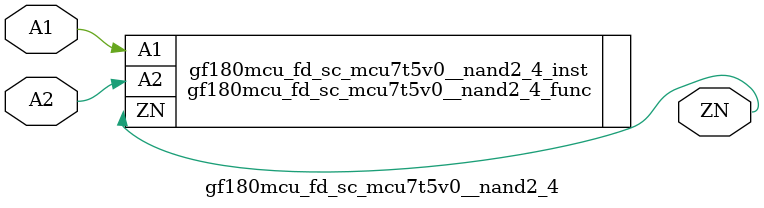
<source format=v>

module gf180mcu_fd_sc_mcu7t5v0__nand2_4( A1, A2, ZN );
input A1, A2;
output ZN;

   `ifdef FUNCTIONAL  //  functional //

	gf180mcu_fd_sc_mcu7t5v0__nand2_4_func gf180mcu_fd_sc_mcu7t5v0__nand2_4_behav_inst(.A1(A1),.A2(A2),.ZN(ZN));

   `else

	gf180mcu_fd_sc_mcu7t5v0__nand2_4_func gf180mcu_fd_sc_mcu7t5v0__nand2_4_inst(.A1(A1),.A2(A2),.ZN(ZN));

	// spec_gates_begin


	// spec_gates_end



   specify

	// specify_block_begin

	// comb arc A1 --> ZN
	 (A1 => ZN) = (1.0,1.0);

	// comb arc A2 --> ZN
	 (A2 => ZN) = (1.0,1.0);

	// specify_block_end

   endspecify

   `endif

endmodule

</source>
